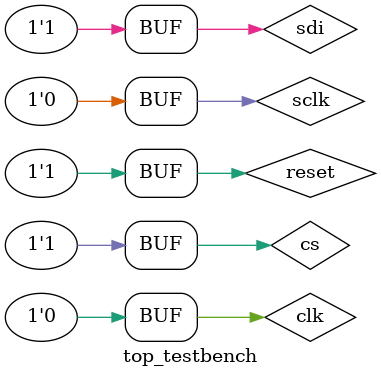
<source format=sv>
module top_artificial(
    input   logic   clk,
    input   logic   reset,
    input   logic   sclk,
    input   logic   cs,
    input   logic   sdi,
    output  logic   [7:0]   d,
    output  logic   e,
    output  logic   rs
    );
	
    logic new_SPI, busy_flag;
    logic [7:0] letter, number;
    logic [15:0] frequency;

    // Structure to call in lcdSPI controller
    lcdSPI lcdSPICall(clk,reset,sclk,sdi,cs,frequency,new_SPI);

    // Structure to call in the converter
    converter converterCall(frequency,letter,number);

    // Structure to call in lcdController
    lcdController lcdControllerCall(reset,clk,new_SPI,letter,number,d,e,rs,busy_flag);

endmodule

module top_testbench();

    // Create necessary variables
  logic   clk;
  logic   reset;
  logic   sclk;
  logic   cs;
  logic   sdi;
  logic   [7:0]   d;
  logic   e;
  logic   rs;
  logic   busy_flag;

  // Call DUT module
  top_artificial dut(clk,reset,sclk,cs,sdi,d,e,rs);

  // Clock cycle and pulse reset (recall active low)
  always begin clk = 1; #5; clk=0; #5; end
  initial begin reset=1; end

  // Feed in the desired signals. 
  // run 240 550 to get to the change
  initial begin 
  cs = 1; sclk = 0; sdi = 0; #7800;
  // Transmit 0000 0000 1111 1101 (253 in dec)
  cs = 0; #10;
  sdi = 0; #1; sclk=1; #5; sclk=0; #4;
  sdi = 0; #1; sclk=1; #5; sclk=0; #4;
  sdi = 0; #1; sclk=1; #5; sclk=0; #4;
  sdi = 0; #1; sclk=1; #5; sclk=0; #4;

  sdi = 0; #1; sclk=1; #5; sclk=0; #4;
  sdi = 0; #1; sclk=1; #5; sclk=0; #4;
  sdi = 0; #1; sclk=1; #5; sclk=0; #4;
  sdi = 0; #1; sclk=1; #5; sclk=0; #4;

  sdi = 1; #1; sclk=1; #5; sclk=0; #4;
  sdi = 1; #1; sclk=1; #5; sclk=0; #4;
  sdi = 1; #1; sclk=1; #5; sclk=0; #4;
  sdi = 1; #1; sclk=1; #5; sclk=0; #4;

  sdi = 1; #1; sclk=1; #5; sclk=0; #4;
  sdi = 1; #1; sclk=1; #5; sclk=0; #4;
  sdi = 0; #1; sclk=1; #5; sclk=0; #4;
  sdi = 1; #1; sclk=1; #5; sclk=0; #4;
  #10; cs=1;
  end

endmodule
</source>
